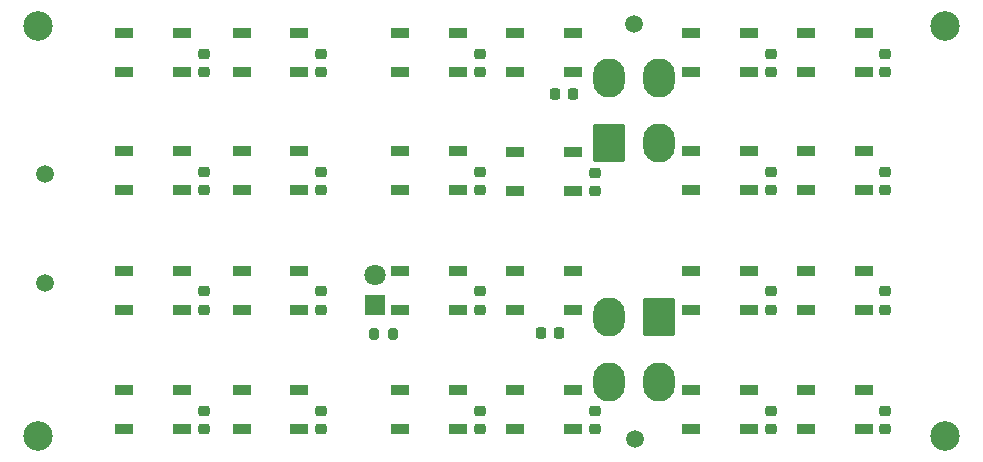
<source format=gbr>
%TF.GenerationSoftware,KiCad,Pcbnew,7.0.1*%
%TF.CreationDate,2023-04-22T16:12:32-08:00*%
%TF.ProjectId,CAUTION LIGHTS PANEL,43415554-494f-44e2-904c-494748545320,4*%
%TF.SameCoordinates,Original*%
%TF.FileFunction,Soldermask,Top*%
%TF.FilePolarity,Negative*%
%FSLAX46Y46*%
G04 Gerber Fmt 4.6, Leading zero omitted, Abs format (unit mm)*
G04 Created by KiCad (PCBNEW 7.0.1) date 2023-04-22 16:12:32*
%MOMM*%
%LPD*%
G01*
G04 APERTURE LIST*
G04 Aperture macros list*
%AMRoundRect*
0 Rectangle with rounded corners*
0 $1 Rounding radius*
0 $2 $3 $4 $5 $6 $7 $8 $9 X,Y pos of 4 corners*
0 Add a 4 corners polygon primitive as box body*
4,1,4,$2,$3,$4,$5,$6,$7,$8,$9,$2,$3,0*
0 Add four circle primitives for the rounded corners*
1,1,$1+$1,$2,$3*
1,1,$1+$1,$4,$5*
1,1,$1+$1,$6,$7*
1,1,$1+$1,$8,$9*
0 Add four rect primitives between the rounded corners*
20,1,$1+$1,$2,$3,$4,$5,0*
20,1,$1+$1,$4,$5,$6,$7,0*
20,1,$1+$1,$6,$7,$8,$9,0*
20,1,$1+$1,$8,$9,$2,$3,0*%
G04 Aperture macros list end*
%ADD10C,2.500000*%
%ADD11R,1.500000X0.900000*%
%ADD12C,1.500000*%
%ADD13R,1.800000X1.800000*%
%ADD14C,1.800000*%
%ADD15RoundRect,0.225000X-0.250000X0.225000X-0.250000X-0.225000X0.250000X-0.225000X0.250000X0.225000X0*%
%ADD16RoundRect,0.225000X-0.225000X-0.250000X0.225000X-0.250000X0.225000X0.250000X-0.225000X0.250000X0*%
%ADD17RoundRect,0.200000X-0.200000X-0.275000X0.200000X-0.275000X0.200000X0.275000X-0.200000X0.275000X0*%
%ADD18RoundRect,0.250001X-1.099999X-1.399999X1.099999X-1.399999X1.099999X1.399999X-1.099999X1.399999X0*%
%ADD19O,2.700000X3.300000*%
%ADD20RoundRect,0.250001X1.099999X1.399999X-1.099999X1.399999X-1.099999X-1.399999X1.099999X-1.399999X0*%
G04 APERTURE END LIST*
D10*
%TO.C,H4*%
X79391200Y2591200D03*
%TD*%
%TO.C,H3*%
X2591200Y2591200D03*
%TD*%
%TO.C,H2*%
X79391200Y37330800D03*
%TD*%
%TO.C,H1*%
X2591200Y37330800D03*
%TD*%
D11*
%TO.C,D25*%
X67591200Y6501200D03*
X67591200Y3201200D03*
X72491200Y3201200D03*
X72491200Y6501200D03*
%TD*%
D12*
%TO.C,TP4*%
X53086200Y2361200D03*
%TD*%
%TO.C,TP3*%
X53036200Y37531200D03*
%TD*%
%TO.C,TP2*%
X3206200Y15571200D03*
%TD*%
%TO.C,TP1*%
X3196200Y24781200D03*
%TD*%
D11*
%TO.C,D2*%
X9834200Y36711200D03*
X9834200Y33411200D03*
X14734200Y33411200D03*
X14734200Y36711200D03*
%TD*%
D13*
%TO.C,D1*%
X31086200Y13731200D03*
D14*
X31086200Y16271200D03*
%TD*%
D11*
%TO.C,D3*%
X19806200Y36711200D03*
X19806200Y33411200D03*
X24706200Y33411200D03*
X24706200Y36711200D03*
%TD*%
%TO.C,D4*%
X33255200Y36711200D03*
X33255200Y33411200D03*
X38155200Y33411200D03*
X38155200Y36711200D03*
%TD*%
%TO.C,D5*%
X42997200Y36711200D03*
X42997200Y33411200D03*
X47897200Y33411200D03*
X47897200Y36711200D03*
%TD*%
%TO.C,D6*%
X57841200Y36702800D03*
X57841200Y33402800D03*
X62741200Y33402800D03*
X62741200Y36702800D03*
%TD*%
%TO.C,D7*%
X67591200Y36711200D03*
X67591200Y33411200D03*
X72491200Y33411200D03*
X72491200Y36711200D03*
%TD*%
%TO.C,D8*%
X9834200Y26719200D03*
X9834200Y23419200D03*
X14734200Y23419200D03*
X14734200Y26719200D03*
%TD*%
%TO.C,D9*%
X19806200Y26719200D03*
X19806200Y23419200D03*
X24706200Y23419200D03*
X24706200Y26719200D03*
%TD*%
%TO.C,D10*%
X33255200Y26719200D03*
X33255200Y23419200D03*
X38155200Y23419200D03*
X38155200Y26719200D03*
%TD*%
%TO.C,D11*%
X42997200Y26669200D03*
X42997200Y23369200D03*
X47897200Y23369200D03*
X47897200Y26669200D03*
%TD*%
%TO.C,D12*%
X57841200Y26719200D03*
X57841200Y23419200D03*
X62741200Y23419200D03*
X62741200Y26719200D03*
%TD*%
%TO.C,D14*%
X9834200Y16610000D03*
X9834200Y13310000D03*
X14734200Y13310000D03*
X14734200Y16610000D03*
%TD*%
%TO.C,D15*%
X19806200Y16610000D03*
X19806200Y13310000D03*
X24706200Y13310000D03*
X24706200Y16610000D03*
%TD*%
%TO.C,D16*%
X33255200Y16610000D03*
X33255200Y13310000D03*
X38155200Y13310000D03*
X38155200Y16610000D03*
%TD*%
%TO.C,D17*%
X42997200Y16610000D03*
X42997200Y13310000D03*
X47897200Y13310000D03*
X47897200Y16610000D03*
%TD*%
%TO.C,D18*%
X57841200Y16610000D03*
X57841200Y13310000D03*
X62741200Y13310000D03*
X62741200Y16610000D03*
%TD*%
%TO.C,D19*%
X67591200Y16610000D03*
X67591200Y13310000D03*
X72491200Y13310000D03*
X72491200Y16610000D03*
%TD*%
%TO.C,D20*%
X9834200Y6501200D03*
X9834200Y3201200D03*
X14734200Y3201200D03*
X14734200Y6501200D03*
%TD*%
%TO.C,D21*%
X19806200Y6501200D03*
X19806200Y3201200D03*
X24706200Y3201200D03*
X24706200Y6501200D03*
%TD*%
%TO.C,D22*%
X33255200Y6501200D03*
X33255200Y3201200D03*
X38155200Y3201200D03*
X38155200Y6501200D03*
%TD*%
%TO.C,D23*%
X42997200Y6501200D03*
X42997200Y3201200D03*
X47897200Y3201200D03*
X47897200Y6501200D03*
%TD*%
%TO.C,D24*%
X57841200Y6501200D03*
X57841200Y3201200D03*
X62741200Y3201200D03*
X62741200Y6501200D03*
%TD*%
D15*
%TO.C,C3*%
X26516200Y34961200D03*
X26516200Y33411200D03*
%TD*%
%TO.C,C4*%
X39976200Y34961200D03*
X39976200Y33411200D03*
%TD*%
D16*
%TO.C,C7*%
X46333700Y31571200D03*
X47883700Y31571200D03*
%TD*%
D15*
%TO.C,C5*%
X64596200Y34961200D03*
X64596200Y33411200D03*
%TD*%
%TO.C,C6*%
X74286200Y34961200D03*
X74286200Y33411200D03*
%TD*%
%TO.C,C8*%
X16606200Y24969200D03*
X16606200Y23419200D03*
%TD*%
%TO.C,C9*%
X26516200Y24969200D03*
X26516200Y23419200D03*
%TD*%
%TO.C,C10*%
X39976200Y24969200D03*
X39976200Y23419200D03*
%TD*%
%TO.C,C11*%
X49776200Y24919200D03*
X49776200Y23369200D03*
%TD*%
%TO.C,C12*%
X64596200Y24969200D03*
X64596200Y23419200D03*
%TD*%
%TO.C,C13*%
X74306200Y24969200D03*
X74306200Y23419200D03*
%TD*%
%TO.C,C14*%
X16606200Y14860000D03*
X16606200Y13310000D03*
%TD*%
%TO.C,C15*%
X26516200Y14860000D03*
X26516200Y13310000D03*
%TD*%
%TO.C,C16*%
X39976200Y14860000D03*
X39976200Y13310000D03*
%TD*%
D16*
%TO.C,C19*%
X45123700Y11311200D03*
X46673700Y11311200D03*
%TD*%
D15*
%TO.C,C17*%
X64596200Y14860000D03*
X64596200Y13310000D03*
%TD*%
%TO.C,C18*%
X74326200Y14860000D03*
X74326200Y13310000D03*
%TD*%
%TO.C,C20*%
X16606200Y4751200D03*
X16606200Y3201200D03*
%TD*%
%TO.C,C22*%
X39976200Y4751200D03*
X39976200Y3201200D03*
%TD*%
%TO.C,C25*%
X49746200Y4751200D03*
X49746200Y3201200D03*
%TD*%
%TO.C,C23*%
X64596200Y4751200D03*
X64596200Y3201200D03*
%TD*%
%TO.C,C24*%
X74296200Y4751200D03*
X74296200Y3201200D03*
%TD*%
D17*
%TO.C,R1*%
X31003700Y11271200D03*
X32653700Y11271200D03*
%TD*%
D15*
%TO.C,C2*%
X16606200Y34961200D03*
X16606200Y33411200D03*
%TD*%
%TO.C,C21*%
X26516200Y4751200D03*
X26516200Y3201200D03*
%TD*%
D11*
%TO.C,D13*%
X67591200Y26719200D03*
X67591200Y23419200D03*
X72491200Y23419200D03*
X72491200Y26719200D03*
%TD*%
D18*
%TO.C,J1*%
X50936200Y27451200D03*
D19*
X55136200Y27451200D03*
X50936200Y32951200D03*
X55136200Y32951200D03*
%TD*%
D20*
%TO.C,J2*%
X55146200Y12721200D03*
D19*
X50946200Y12721200D03*
X55146200Y7221200D03*
X50946200Y7221200D03*
%TD*%
M02*

</source>
